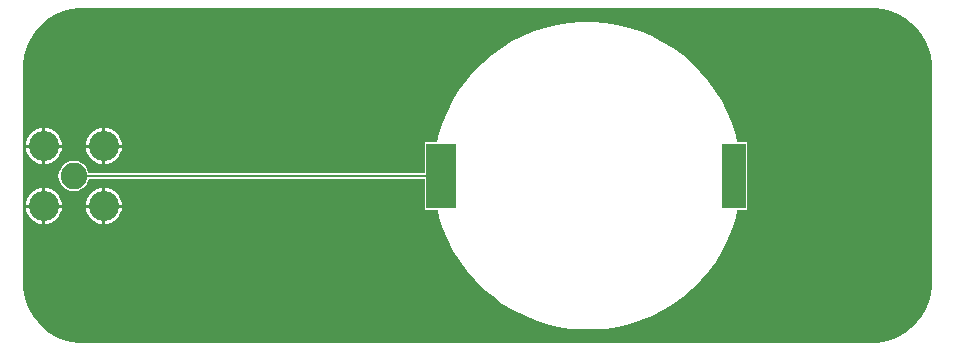
<source format=gtl>
G04*
G04 #@! TF.GenerationSoftware,Altium Limited,Altium Designer,19.1.5 (86)*
G04*
G04 Layer_Physical_Order=1*
G04 Layer_Color=255*
%FSLAX25Y25*%
%MOIN*%
G70*
G01*
G75*
%ADD10R,0.09843X0.21654*%
%ADD11R,0.07874X0.21654*%
%ADD12C,0.00610*%
%ADD13C,0.19685*%
%ADD14C,0.10039*%
%ADD15C,0.08858*%
%ADD16C,0.02362*%
G36*
X386910Y468658D02*
X389443Y467979D01*
X391865Y466976D01*
X394135Y465665D01*
X396215Y464069D01*
X398069Y462215D01*
X399665Y460135D01*
X400976Y457865D01*
X401979Y455443D01*
X402658Y452910D01*
X403000Y450311D01*
X403000Y449000D01*
X403000Y449000D01*
X403000Y449000D01*
X403000Y377500D01*
X403000Y376189D01*
X402658Y373590D01*
X401979Y371057D01*
X400976Y368635D01*
X399665Y366365D01*
X398069Y364285D01*
X396215Y362431D01*
X394135Y360835D01*
X391865Y359524D01*
X389443Y358521D01*
X386910Y357842D01*
X384311Y357500D01*
X383000Y357500D01*
X120000Y357500D01*
X118689Y357500D01*
X116090Y357842D01*
X113557Y358521D01*
X111135Y359524D01*
X108865Y360835D01*
X106785Y362431D01*
X104931Y364285D01*
X103335Y366365D01*
X102024Y368635D01*
X101021Y371057D01*
X100342Y373590D01*
X100000Y376189D01*
X100000Y377500D01*
X100000Y377500D01*
Y449000D01*
X100000Y450311D01*
X100342Y452910D01*
X101021Y455443D01*
X102024Y457865D01*
X103335Y460135D01*
X104931Y462215D01*
X106785Y464069D01*
X108865Y465665D01*
X111135Y466976D01*
X113557Y467979D01*
X116090Y468658D01*
X118689Y469000D01*
X120000Y469000D01*
X120000Y469000D01*
X383000D01*
X384311Y469000D01*
X386910Y468658D01*
D02*
G37*
%LPC*%
G36*
X290040Y464382D02*
X288017Y464382D01*
X286013Y464382D01*
X282018Y464068D01*
X278060Y463441D01*
X274163Y462505D01*
X270351Y461267D01*
X266649Y459733D01*
X263078Y457914D01*
X259661Y455820D01*
X256419Y453464D01*
X253371Y450862D01*
X250537Y448028D01*
X247935Y444980D01*
X245579Y441738D01*
X243485Y438321D01*
X241666Y434750D01*
X240132Y431048D01*
X238894Y427236D01*
X238222Y424437D01*
X233968D01*
Y413933D01*
X121960D01*
X121910Y414316D01*
X121402Y415541D01*
X120594Y416594D01*
X119541Y417402D01*
X118315Y417910D01*
X117000Y418083D01*
X115684Y417910D01*
X114459Y417402D01*
X113406Y416594D01*
X112598Y415541D01*
X112090Y414316D01*
X111917Y413000D01*
X112090Y411685D01*
X112598Y410459D01*
X113406Y409406D01*
X114459Y408598D01*
X115684Y408090D01*
X117000Y407917D01*
X118315Y408090D01*
X119541Y408598D01*
X120594Y409406D01*
X121402Y410459D01*
X121910Y411685D01*
X121960Y412067D01*
X233968D01*
Y401563D01*
X238391D01*
X238912Y399392D01*
X240163Y395543D01*
X241711Y391804D01*
X243549Y388199D01*
X245663Y384748D01*
X248042Y381474D01*
X250670Y378397D01*
X253532Y375535D01*
X256609Y372907D01*
X259883Y370528D01*
X263333Y368414D01*
X266939Y366577D01*
X270678Y365028D01*
X274527Y363777D01*
X278462Y362833D01*
X282459Y362200D01*
X286493Y361882D01*
X288517Y361882D01*
X290521Y361882D01*
X294516Y362196D01*
X298474Y362824D01*
X302371Y363759D01*
X306182Y364997D01*
X309885Y366531D01*
X313456Y368351D01*
X316873Y370444D01*
X320115Y372800D01*
X323162Y375403D01*
X325996Y378237D01*
X328599Y381284D01*
X330955Y384526D01*
X333049Y387943D01*
X334868Y391514D01*
X336402Y395216D01*
X337640Y399028D01*
X338249Y401563D01*
X341488D01*
Y424437D01*
X338206D01*
X337622Y426872D01*
X336371Y430721D01*
X334822Y434460D01*
X332985Y438065D01*
X330871Y441516D01*
X328492Y444790D01*
X325864Y447867D01*
X323002Y450729D01*
X319925Y453357D01*
X316651Y455736D01*
X313200Y457850D01*
X309594Y459688D01*
X305856Y461236D01*
X302007Y462487D01*
X298072Y463432D01*
X294075Y464065D01*
X290040Y464382D01*
D02*
G37*
G36*
X127500Y429000D02*
Y423500D01*
X133000D01*
X132933Y424180D01*
X132588Y425315D01*
X132029Y426361D01*
X131277Y427277D01*
X130360Y428029D01*
X129315Y428588D01*
X128180Y428933D01*
X127500Y429000D01*
D02*
G37*
G36*
X107500D02*
Y423500D01*
X113000D01*
X112933Y424180D01*
X112588Y425315D01*
X112029Y426361D01*
X111277Y427277D01*
X110361Y428029D01*
X109315Y428588D01*
X108180Y428933D01*
X107500Y429000D01*
D02*
G37*
G36*
X126500D02*
X125820Y428933D01*
X124685Y428588D01*
X123640Y428029D01*
X122723Y427277D01*
X121971Y426361D01*
X121412Y425315D01*
X121067Y424180D01*
X121000Y423500D01*
X126500D01*
Y429000D01*
D02*
G37*
G36*
X106500D02*
X105820Y428933D01*
X104685Y428588D01*
X103639Y428029D01*
X102723Y427277D01*
X101971Y426361D01*
X101412Y425315D01*
X101067Y424180D01*
X101000Y423500D01*
X106500D01*
Y429000D01*
D02*
G37*
G36*
X133000Y422500D02*
X127500D01*
Y417000D01*
X128180Y417067D01*
X129315Y417412D01*
X130360Y417971D01*
X131277Y418723D01*
X132029Y419639D01*
X132588Y420685D01*
X132933Y421820D01*
X133000Y422500D01*
D02*
G37*
G36*
X113000D02*
X107500D01*
Y417000D01*
X108180Y417067D01*
X109315Y417412D01*
X110361Y417971D01*
X111277Y418723D01*
X112029Y419639D01*
X112588Y420685D01*
X112933Y421820D01*
X113000Y422500D01*
D02*
G37*
G36*
X126500D02*
X121000D01*
X121067Y421820D01*
X121412Y420685D01*
X121971Y419639D01*
X122723Y418723D01*
X123640Y417971D01*
X124685Y417412D01*
X125820Y417067D01*
X126500Y417000D01*
Y422500D01*
D02*
G37*
G36*
X106500D02*
X101000D01*
X101067Y421820D01*
X101412Y420685D01*
X101971Y419639D01*
X102723Y418723D01*
X103639Y417971D01*
X104685Y417412D01*
X105820Y417067D01*
X106500Y417000D01*
Y422500D01*
D02*
G37*
G36*
X127500Y409000D02*
Y403500D01*
X133000D01*
X132933Y404180D01*
X132588Y405315D01*
X132029Y406360D01*
X131277Y407277D01*
X130360Y408029D01*
X129315Y408588D01*
X128180Y408933D01*
X127500Y409000D01*
D02*
G37*
G36*
X107500D02*
Y403500D01*
X113000D01*
X112933Y404180D01*
X112588Y405315D01*
X112029Y406360D01*
X111277Y407277D01*
X110361Y408029D01*
X109315Y408588D01*
X108180Y408933D01*
X107500Y409000D01*
D02*
G37*
G36*
X126500D02*
X125820Y408933D01*
X124685Y408588D01*
X123640Y408029D01*
X122723Y407277D01*
X121971Y406360D01*
X121412Y405315D01*
X121067Y404180D01*
X121000Y403500D01*
X126500D01*
Y409000D01*
D02*
G37*
G36*
X106500D02*
X105820Y408933D01*
X104685Y408588D01*
X103639Y408029D01*
X102723Y407277D01*
X101971Y406360D01*
X101412Y405315D01*
X101067Y404180D01*
X101000Y403500D01*
X106500D01*
Y409000D01*
D02*
G37*
G36*
X133000Y402500D02*
X127500D01*
Y397000D01*
X128180Y397067D01*
X129315Y397412D01*
X130360Y397971D01*
X131277Y398723D01*
X132029Y399640D01*
X132588Y400685D01*
X132933Y401820D01*
X133000Y402500D01*
D02*
G37*
G36*
X113000D02*
X107500D01*
Y397000D01*
X108180Y397067D01*
X109315Y397412D01*
X110361Y397971D01*
X111277Y398723D01*
X112029Y399640D01*
X112588Y400685D01*
X112933Y401820D01*
X113000Y402500D01*
D02*
G37*
G36*
X126500D02*
X121000D01*
X121067Y401820D01*
X121412Y400685D01*
X121971Y399640D01*
X122723Y398723D01*
X123640Y397971D01*
X124685Y397412D01*
X125820Y397067D01*
X126500Y397000D01*
Y402500D01*
D02*
G37*
G36*
X106500D02*
X101000D01*
X101067Y401820D01*
X101412Y400685D01*
X101971Y399640D01*
X102723Y398723D01*
X103639Y397971D01*
X104685Y397412D01*
X105820Y397067D01*
X106500Y397000D01*
Y402500D01*
D02*
G37*
%LPD*%
D10*
X239500Y413000D02*
D03*
D11*
X336941D02*
D03*
D12*
X118500D02*
X240547D01*
D13*
X366000Y372000D02*
D03*
Y454500D02*
D03*
X207500D02*
D03*
D03*
Y372000D02*
D03*
D14*
X127000Y423000D02*
D03*
X107000D02*
D03*
Y403000D02*
D03*
X127000D02*
D03*
D15*
X117000Y413000D02*
D03*
D16*
X389764Y460630D02*
D03*
X395669Y448819D02*
D03*
X389764Y437008D02*
D03*
X395669Y425197D02*
D03*
X389764Y413386D02*
D03*
X395669Y401575D02*
D03*
X389764Y389764D02*
D03*
X395669Y377953D02*
D03*
X389764Y366142D02*
D03*
X377953Y460630D02*
D03*
X383858Y448819D02*
D03*
X377953Y437008D02*
D03*
X383858Y425197D02*
D03*
X377953Y413386D02*
D03*
X383858Y401575D02*
D03*
X377953Y389764D02*
D03*
X383858Y377953D02*
D03*
X377953Y366142D02*
D03*
X366142Y437008D02*
D03*
X372047Y425197D02*
D03*
X366142Y413386D02*
D03*
X372047Y401575D02*
D03*
X366142Y389764D02*
D03*
X354331Y460630D02*
D03*
Y437008D02*
D03*
X360236Y425197D02*
D03*
X354331Y413386D02*
D03*
X360236Y401575D02*
D03*
X354331Y389764D02*
D03*
Y366142D02*
D03*
X342520Y460630D02*
D03*
X348425Y448819D02*
D03*
X342520Y437008D02*
D03*
X348425Y425197D02*
D03*
Y401575D02*
D03*
X342520Y389764D02*
D03*
X348425Y377953D02*
D03*
X342520Y366142D02*
D03*
X330709Y460630D02*
D03*
X336614Y448819D02*
D03*
Y377953D02*
D03*
X330709Y366142D02*
D03*
X318898Y460630D02*
D03*
Y366142D02*
D03*
X259842Y460630D02*
D03*
Y366142D02*
D03*
X248031Y460630D02*
D03*
Y366142D02*
D03*
X236220Y460630D02*
D03*
X242126Y448819D02*
D03*
X236220Y437008D02*
D03*
Y389764D02*
D03*
X242126Y377953D02*
D03*
X236220Y366142D02*
D03*
X224409Y460630D02*
D03*
X230315Y448819D02*
D03*
X224409Y437008D02*
D03*
X230315Y425197D02*
D03*
Y401575D02*
D03*
X224409Y389764D02*
D03*
X230315Y377953D02*
D03*
X224409Y366142D02*
D03*
X218504Y448819D02*
D03*
X212598Y437008D02*
D03*
X218504Y425197D02*
D03*
Y401575D02*
D03*
X212598Y389764D02*
D03*
X218504Y377953D02*
D03*
X200787Y437008D02*
D03*
X206693Y425197D02*
D03*
Y401575D02*
D03*
X200787Y389764D02*
D03*
X188976Y460630D02*
D03*
X194882Y448819D02*
D03*
X188976Y437008D02*
D03*
X194882Y425197D02*
D03*
Y401575D02*
D03*
X188976Y389764D02*
D03*
X194882Y377953D02*
D03*
X188976Y366142D02*
D03*
X177165Y460630D02*
D03*
X183071Y448819D02*
D03*
X177165Y437008D02*
D03*
X183071Y425197D02*
D03*
Y401575D02*
D03*
X177165Y389764D02*
D03*
X183071Y377953D02*
D03*
X177165Y366142D02*
D03*
X165354Y460630D02*
D03*
X171260Y448819D02*
D03*
X165354Y437008D02*
D03*
X171260Y425197D02*
D03*
Y401575D02*
D03*
X165354Y389764D02*
D03*
X171260Y377953D02*
D03*
X165354Y366142D02*
D03*
X153543Y460630D02*
D03*
X159449Y448819D02*
D03*
X153543Y437008D02*
D03*
X159449Y425197D02*
D03*
Y401575D02*
D03*
X153543Y389764D02*
D03*
X159449Y377953D02*
D03*
X153543Y366142D02*
D03*
X141732Y460630D02*
D03*
X147638Y448819D02*
D03*
X141732Y437008D02*
D03*
X147638Y425197D02*
D03*
Y401575D02*
D03*
X141732Y389764D02*
D03*
X147638Y377953D02*
D03*
X141732Y366142D02*
D03*
X129921Y460630D02*
D03*
X135827Y448819D02*
D03*
X129921Y437008D02*
D03*
X135827Y425197D02*
D03*
Y401575D02*
D03*
X129921Y389764D02*
D03*
X135827Y377953D02*
D03*
X129921Y366142D02*
D03*
X118110Y460630D02*
D03*
X124016Y448819D02*
D03*
X118110Y437008D02*
D03*
Y389764D02*
D03*
X124016Y377953D02*
D03*
X118110Y366142D02*
D03*
X112205Y448819D02*
D03*
X106299Y437008D02*
D03*
Y413386D02*
D03*
Y389764D02*
D03*
X112205Y377953D02*
D03*
M02*

</source>
